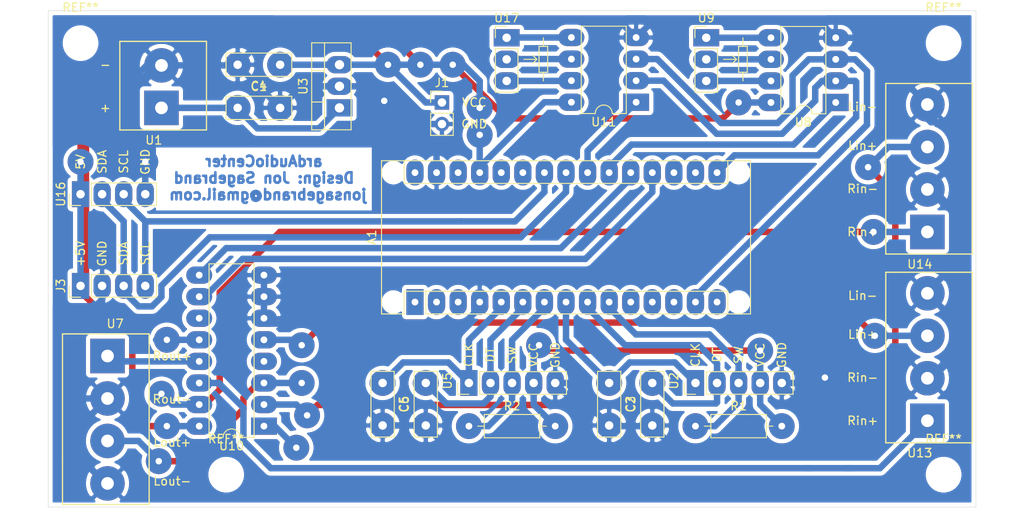
<source format=kicad_pcb>
(kicad_pcb (version 20171130) (host pcbnew 5.1.6-c6e7f7d~86~ubuntu18.04.1)
  (layers (0 F.Cu signal) (31 B.Cu signal) (34 B.Paste user) (35 F.Paste user) (36 B.SilkS user) (37 F.SilkS user) (38 B.Mask user) (39 F.Mask user) (44 Edge.Cuts user))
  (net 0 "")
  (net 1 "Net-(A1-Pad16)")
  (net 2 "Net-(A1-Pad15)")
  (net 3 "Net-(A1-Pad30)")
  (net 4 "Net-(A1-Pad14)")
  (net 5 GND)
  (net 6 "Net-(A1-Pad13)")
  (net 7 "Net-(A1-Pad28)")
  (net 8 "Net-(A1-Pad12)")
  (net 9 +5V)
  (net 10 "Net-(A1-Pad11)")
  (net 11 "Net-(A1-Pad26)")
  (net 12 "Net-(A1-Pad10)")
  (net 13 "Net-(A1-Pad25)")
  (net 14 "Net-(A1-Pad9)")
  (net 15 "Net-(A1-Pad24)")
  (net 16 "Net-(A1-Pad8)")
  (net 17 "Net-(A1-Pad23)")
  (net 18 "Net-(A1-Pad7)")
  (net 19 "Net-(A1-Pad22)")
  (net 20 "Net-(A1-Pad6)")
  (net 21 "Net-(A1-Pad21)")
  (net 22 "Net-(A1-Pad5)")
  (net 23 "Net-(A1-Pad20)")
  (net 24 "Net-(A1-Pad19)")
  (net 25 "Net-(A1-Pad3)")
  (net 26 "Net-(A1-Pad18)")
  (net 27 "Net-(A1-Pad2)")
  (net 28 "Net-(A1-Pad17)")
  (net 29 "Net-(A1-Pad1)")
  (net 30 +12V)
  (net 31 LineR+)
  (net 32 BTR+)
  (net 33 BTL+)
  (net 34 FMR+)
  (net 35 SDL+)
  (net 36 SDR+)
  (net 37 LineL+)
  (net 38 FML+)
  (net 39 "Net-(U8-Pad7)")
  (net 40 "Net-(U8-Pad6)")
  (net 41 "Net-(U8-Pad5)")
  (net 42 "Net-(U11-Pad7)")
  (net 43 "Net-(U11-Pad6)")
  (net 44 "Net-(U11-Pad5)")
  (net 45 /Rout+)
  (net 46 /Lout+)
  (module My_Headers:2-pin_power_input_header (layer F.Cu) (at 116.205 54.61)
    (fp_text reference J1 (at 0 -2.33) (layer F.SilkS))
    (fp_text value 2-pin_power_input_header hide)
    (fp_text user GND (at 3.81 2.54) (layer F.SilkS))
    (fp_text user VCC (at 3.81 0) (layer F.SilkS))
    (pad 2 thru_hole oval (at 0 2.54) (size 1.7 1.7) (drill 1) (layers *.Cu *.Mask) (net 5 GND))
    (pad 1 thru_hole rect (at 0 0) (size 1.7 1.7) (drill 1) (layers *.Cu *.Mask) (net 9 +5V))
  )
  (module MountingHole:MountingHole_3.2mm_M3 (layer F.Cu) (at 90.805 98.425)
    (fp_text reference REF** (at 0 -4.2) (layer F.SilkS))
    (fp_text value MountingHole_3.2mm_M3)
    (pad 1 np_thru_hole circle (at 0 0) (size 3.2 3.2) (drill 3.2) (layers *.Cu *.Mask))
  )
  (module MountingHole:MountingHole_3.2mm_M3 (layer F.Cu) (at 175.26 98.425)
    (fp_text reference REF** (at 0 -4.2) (layer F.SilkS))
    (fp_text value MountingHole_3.2mm_M3)
    (pad 1 np_thru_hole circle (at 0 0) (size 3.2 3.2) (drill 3.2) (layers *.Cu *.Mask))
  )
  (module MountingHole:MountingHole_3.2mm_M3 (layer F.Cu) (at 175.26 47.625)
    (fp_text reference REF** (at 0 -4.2) (layer F.SilkS))
    (fp_text value MountingHole_3.2mm_M3)
    (pad 1 np_thru_hole circle (at 0 0) (size 3.2 3.2) (drill 3.2) (layers *.Cu *.Mask))
  )
  (module MountingHole:MountingHole_3.2mm_M3 (layer F.Cu) (at 73.66 47.625)
    (fp_text reference REF** (at 0 -4.2) (layer F.SilkS))
    (fp_text value MountingHole_3.2mm_M3)
    (pad 1 np_thru_hole circle (at 0 0) (size 3.2 3.2) (drill 3.2) (layers *.Cu *.Mask))
  )
  (module My_Parts:4-pole_screw_terminal_RL_input (layer F.Cu) (at 173.355 69.85 180)
    (fp_text reference U14 (at 0.9 -3.8) (layer F.SilkS))
    (fp_text value 4-pole_RL-input_screw_terminal hide)
    (fp_text user Lin- (at 7.62 14.732) (layer F.SilkS))
    (fp_text user Rin+ (at 7.62 0) (layer F.SilkS))
    (fp_text user Rin- (at 7.62 5.08) (layer F.SilkS))
    (fp_text user Lin+ (at 7.62 10.16) (layer F.SilkS))
    (pad 1 thru_hole rect (at 0 0 180) (size 4.064 4.064) (drill 1.5) (layers *.Cu *.Mask) (net 31 LineR+))
    (pad 2 thru_hole circle (at 0 5 180) (size 4.064 4.064) (drill 1.5) (layers *.Cu *.Mask) (net 5 GND))
    (pad 3 thru_hole circle (at 0 10 180) (size 4.064 4.064) (drill 1.5) (layers *.Cu *.Mask) (net 37 LineL+))
    (pad 4 thru_hole circle (at 0 15 180) (size 4.064 4.064) (drill 1.5) (layers *.Cu *.Mask) (net 5 GND))
  )
  (module My_Misc:DIP-8_W7.62mm_large (layer F.Cu) (at 162.56 54.61 180)
    (fp_text reference U8 (at 3.81 -2.33) (layer F.SilkS))
    (fp_text value MCP41010)
    (pad 8 thru_hole oval (at 7.62 0 180) (size 3.048 2.032) (drill 0.8) (layers *.Cu *.Mask) (net 9 +5V))
    (pad 4 thru_hole oval (at 0 7.62 180) (size 3.048 2.032) (drill 0.8) (layers *.Cu *.Mask) (net 5 GND))
    (pad 7 thru_hole oval (at 7.62 2.54 180) (size 3.048 2.032) (drill 0.8) (layers *.Cu *.Mask) (net 39 "Net-(U8-Pad7)"))
    (pad 3 thru_hole oval (at 0 5.08 180) (size 3.048 2.032) (drill 0.8) (layers *.Cu *.Mask) (net 4 "Net-(A1-Pad14)"))
    (pad 6 thru_hole oval (at 7.62 5.08 180) (size 3.048 2.032) (drill 0.8) (layers *.Cu *.Mask) (net 40 "Net-(U8-Pad6)"))
    (pad 2 thru_hole oval (at 0 2.54 180) (size 3.048 2.032) (drill 0.8) (layers *.Cu *.Mask) (net 1 "Net-(A1-Pad16)"))
    (pad 5 thru_hole oval (at 7.62 7.62 180) (size 3.048 2.032) (drill 0.8) (layers *.Cu *.Mask) (net 41 "Net-(U8-Pad5)"))
    (pad 1 thru_hole rect (at 0 0 180) (size 3.048 2.032) (drill 0.8) (layers *.Cu *.Mask) (net 21 "Net-(A1-Pad21)"))
  )
  (module My_Headers:3-pin_potentiometer_header_larger_pads (layer F.Cu) (at 147.32 46.99)
    (fp_text reference U9 (at 0 -2.33) (layer F.SilkS))
    (fp_text value 3-pin_potentiometer_output hide)
    (pad 3 thru_hole oval (at 0 5.08) (size 3.048 2.032) (drill 1) (layers *.Cu *.Mask) (net 39 "Net-(U8-Pad7)"))
    (pad 2 thru_hole oval (at 0 2.54) (size 3.048 2.032) (drill 1) (layers *.Cu *.Mask) (net 40 "Net-(U8-Pad6)"))
    (pad 1 thru_hole rect (at 0 0) (size 3.048 2.032) (drill 1) (layers *.Cu *.Mask) (net 41 "Net-(U8-Pad5)"))
  )
  (module My_Headers:3-pin_potentiometer_header_larger_pads (layer F.Cu) (at 123.825 46.99)
    (fp_text reference U17 (at 0 -2.33) (layer F.SilkS))
    (fp_text value 3-pin_potentiometer_output hide)
    (pad 3 thru_hole oval (at 0 5.08) (size 3.048 2.032) (drill 1) (layers *.Cu *.Mask) (net 42 "Net-(U11-Pad7)"))
    (pad 2 thru_hole oval (at 0 2.54) (size 3.048 2.032) (drill 1) (layers *.Cu *.Mask) (net 43 "Net-(U11-Pad6)"))
    (pad 1 thru_hole rect (at 0 0) (size 3.048 2.032) (drill 1) (layers *.Cu *.Mask) (net 44 "Net-(U11-Pad5)"))
  )
  (module My_Misc:DIP-8_W7.62mm_large (layer F.Cu) (at 139.065 54.58 180)
    (fp_text reference U11 (at 3.81 -2.33) (layer F.SilkS))
    (fp_text value MCP41010)
    (pad 8 thru_hole oval (at 7.62 0 180) (size 3.048 2.032) (drill 0.8) (layers *.Cu *.Mask) (net 9 +5V))
    (pad 4 thru_hole oval (at 0 7.62 180) (size 3.048 2.032) (drill 0.8) (layers *.Cu *.Mask) (net 5 GND))
    (pad 7 thru_hole oval (at 7.62 2.54 180) (size 3.048 2.032) (drill 0.8) (layers *.Cu *.Mask) (net 42 "Net-(U11-Pad7)"))
    (pad 3 thru_hole oval (at 0 5.08 180) (size 3.048 2.032) (drill 0.8) (layers *.Cu *.Mask) (net 4 "Net-(A1-Pad14)"))
    (pad 6 thru_hole oval (at 7.62 5.08 180) (size 3.048 2.032) (drill 0.8) (layers *.Cu *.Mask) (net 43 "Net-(U11-Pad6)"))
    (pad 2 thru_hole oval (at 0 2.54 180) (size 3.048 2.032) (drill 0.8) (layers *.Cu *.Mask) (net 1 "Net-(A1-Pad16)"))
    (pad 5 thru_hole oval (at 7.62 7.62 180) (size 3.048 2.032) (drill 0.8) (layers *.Cu *.Mask) (net 44 "Net-(U11-Pad5)"))
    (pad 1 thru_hole rect (at 0 0 180) (size 3.048 2.032) (drill 0.8) (layers *.Cu *.Mask) (net 19 "Net-(A1-Pad22)"))
  )
  (module My_Misc:TO-220-3_Vertical_larger (layer F.Cu) (at 104.14 55.245 90)
    (fp_text reference U3 (at 2.54 -4.27 90) (layer F.SilkS))
    (fp_text value L7805)
    (pad 3 thru_hole oval (at 5.08 0 90) (size 2.032 3.048) (drill 1.1) (layers *.Cu *.Mask) (net 9 +5V))
    (pad 2 thru_hole oval (at 2.54 0 90) (size 2.032 3.048) (drill 1.1) (layers *.Cu *.Mask) (net 5 GND))
    (pad 1 thru_hole rect (at 0 0 90) (size 2.032 3.048) (drill 1.1) (layers *.Cu *.Mask) (net 30 +12V))
  )
  (module My_Misc:C_Disc_D7.5mm_W2.5mm_P5.00mm_larger (layer F.Cu) (at 97.155 50.165 180)
    (fp_text reference C4 (at 2.5 -2.5) (layer F.SilkS))
    (fp_text value 0.1u)
    (pad 2 thru_hole oval (at 5 0 180) (size 3.048 3.048) (drill 1) (layers *.Cu *.Mask) (net 5 GND))
    (pad 1 thru_hole oval (at 0 0 180) (size 3.048 3.048) (drill 1) (layers *.Cu *.Mask) (net 9 +5V))
  )
  (module My_Parts:2-pole_power_in_screw_terminal (layer F.Cu) (at 83.185 55.245 180)
    (fp_text reference U1 (at 0.9 -3.8) (layer F.SilkS))
    (fp_text value 2-pole_power_in_screw_terminal hide)
    (fp_text user + (at 6.604 0) (layer F.SilkS))
    (fp_text user - (at 6.604 5.08) (layer F.SilkS))
    (pad 1 thru_hole rect (at 0 0 180) (size 4.064 4.064) (drill 1.5) (layers *.Cu *.Mask) (net 30 +12V))
    (pad 2 thru_hole circle (at 0 5 180) (size 4.064 4.064) (drill 1.5) (layers *.Cu *.Mask) (net 5 GND))
  )
  (module My_Misc:C_Disc_D7.5mm_W2.5mm_P5.00mm_larger (layer F.Cu) (at 92.155 55.245)
    (fp_text reference C1 (at 2.5 -2.5) (layer F.SilkS))
    (fp_text value 0.33u)
    (pad 2 thru_hole oval (at 5 0) (size 3.048 3.048) (drill 1) (layers *.Cu *.Mask) (net 5 GND))
    (pad 1 thru_hole oval (at 0 0) (size 3.048 3.048) (drill 1) (layers *.Cu *.Mask) (net 30 +12V))
  )
  (module My_Misc:C_Disc_D7.5mm_W2.5mm_P5.00mm_larger (layer F.Cu) (at 114.3 92.63 90)
    (fp_text reference C6 (at 2.5 -2.5 90) (layer F.SilkS))
    (fp_text value 0.47u)
    (pad 2 thru_hole oval (at 5 0 90) (size 3.048 3.048) (drill 1) (layers *.Cu *.Mask) (net 20 "Net-(A1-Pad6)"))
    (pad 1 thru_hole oval (at 0 0 90) (size 3.048 3.048) (drill 1) (layers *.Cu *.Mask) (net 5 GND))
  )
  (module My_Misc:C_Disc_D7.5mm_W2.5mm_P5.00mm_larger (layer F.Cu) (at 109.22 87.63 270)
    (fp_text reference C5 (at 2.5 -2.5 90) (layer F.SilkS))
    (fp_text value 0.47u)
    (pad 2 thru_hole oval (at 5 0 270) (size 3.048 3.048) (drill 1) (layers *.Cu *.Mask) (net 5 GND))
    (pad 1 thru_hole oval (at 0 0 270) (size 3.048 3.048) (drill 1) (layers *.Cu *.Mask) (net 22 "Net-(A1-Pad5)"))
  )
  (module My_Misc:C_Disc_D7.5mm_W2.5mm_P5.00mm_larger (layer F.Cu) (at 140.97 92.63 90)
    (fp_text reference C3 (at 2.5 -2.5 90) (layer F.SilkS))
    (fp_text value 0.47u)
    (pad 2 thru_hole oval (at 5 0 90) (size 3.048 3.048) (drill 1) (layers *.Cu *.Mask) (net 14 "Net-(A1-Pad9)"))
    (pad 1 thru_hole oval (at 0 0 90) (size 3.048 3.048) (drill 1) (layers *.Cu *.Mask) (net 5 GND))
  )
  (module My_Misc:C_Disc_D7.5mm_W2.5mm_P5.00mm_larger (layer F.Cu) (at 135.89 87.63 270)
    (fp_text reference C2 (at 2.5 -2.5 90) (layer F.SilkS))
    (fp_text value 0.47u)
    (pad 2 thru_hole oval (at 5 0 270) (size 3.048 3.048) (drill 1) (layers *.Cu *.Mask) (net 5 GND))
    (pad 1 thru_hole oval (at 0 0 270) (size 3.048 3.048) (drill 1) (layers *.Cu *.Mask) (net 16 "Net-(A1-Pad8)"))
  )
  (module My_Headers:4-pin_TEA5767_radio_module_header_large (layer F.Cu) (at 73.66 65.405 90)
    (fp_text reference U16 (at 0 -2.33 90) (layer F.SilkS))
    (fp_text value TEA5767_FM_Radio_Module hide)
    (fp_text user GND (at 3.81 7.62 90) (layer F.SilkS))
    (fp_text user SCL (at 3.81 5.08 90) (layer F.SilkS))
    (fp_text user SDA (at 3.81 2.54 90) (layer F.SilkS))
    (fp_text user 5V (at 3.81 0 90) (layer F.SilkS))
    (pad 4 thru_hole oval (at 0 7.62 90) (size 3.048 2.032) (drill 1) (layers *.Cu *.Mask) (net 5 GND))
    (pad 3 thru_hole oval (at 0 5.08 90) (size 3.048 2.032) (drill 1) (layers *.Cu *.Mask) (net 15 "Net-(A1-Pad24)"))
    (pad 2 thru_hole oval (at 0 2.54 90) (size 3.048 2.032) (drill 1) (layers *.Cu *.Mask) (net 17 "Net-(A1-Pad23)"))
    (pad 1 thru_hole rect (at 0 0 90) (size 3.048 2.032) (drill 1) (layers *.Cu *.Mask) (net 9 +5V))
  )
  (module My_Parts:4-pole_screw_terminal_RL_input (layer F.Cu) (at 173.355 92.075 180)
    (fp_text reference U13 (at 0.9 -3.8) (layer F.SilkS))
    (fp_text value 4-pole_RL-input_screw_terminal hide)
    (fp_text user Lin- (at 7.62 14.732) (layer F.SilkS))
    (fp_text user Rin+ (at 7.62 0) (layer F.SilkS))
    (fp_text user Rin- (at 7.62 5.08) (layer F.SilkS))
    (fp_text user Lin+ (at 7.62 10.16) (layer F.SilkS))
    (pad 1 thru_hole rect (at 0 0 180) (size 4.064 4.064) (drill 1.5) (layers *.Cu *.Mask) (net 32 BTR+))
    (pad 2 thru_hole circle (at 0 5 180) (size 4.064 4.064) (drill 1.5) (layers *.Cu *.Mask) (net 5 GND))
    (pad 3 thru_hole circle (at 0 10 180) (size 4.064 4.064) (drill 1.5) (layers *.Cu *.Mask) (net 33 BTL+))
    (pad 4 thru_hole circle (at 0 15 180) (size 4.064 4.064) (drill 1.5) (layers *.Cu *.Mask) (net 5 GND))
  )
  (module My_Misc:DIP-16_W7.62mm_larger (layer F.Cu) (at 95.25 92.71 180)
    (fp_text reference U10 (at 3.81 -2.33) (layer F.SilkS))
    (fp_text value CD4052B)
    (pad 16 thru_hole oval (at 7.62 0 180) (size 3.048 2.032) (drill 0.8) (layers *.Cu *.Mask) (net 9 +5V))
    (pad 8 thru_hole oval (at 0 17.78 180) (size 3.048 2.032) (drill 0.8) (layers *.Cu *.Mask) (net 5 GND))
    (pad 15 thru_hole oval (at 7.62 2.54 180) (size 3.048 2.032) (drill 0.8) (layers *.Cu *.Mask) (net 31 LineR+))
    (pad 7 thru_hole oval (at 0 15.24 180) (size 3.048 2.032) (drill 0.8) (layers *.Cu *.Mask) (net 5 GND))
    (pad 14 thru_hole oval (at 7.62 5.08 180) (size 3.048 2.032) (drill 0.8) (layers *.Cu *.Mask) (net 32 BTR+))
    (pad 6 thru_hole oval (at 0 12.7 180) (size 3.048 2.032) (drill 0.8) (layers *.Cu *.Mask) (net 5 GND))
    (pad 13 thru_hole oval (at 7.62 7.62 180) (size 3.048 2.032) (drill 0.8) (layers *.Cu *.Mask) (net 45 /Rout+))
    (pad 5 thru_hole oval (at 0 10.16 180) (size 3.048 2.032) (drill 0.8) (layers *.Cu *.Mask) (net 33 BTL+))
    (pad 12 thru_hole oval (at 7.62 10.16 180) (size 3.048 2.032) (drill 0.8) (layers *.Cu *.Mask) (net 34 FMR+))
    (pad 4 thru_hole oval (at 0 7.62 180) (size 3.048 2.032) (drill 0.8) (layers *.Cu *.Mask) (net 35 SDL+))
    (pad 11 thru_hole oval (at 7.62 12.7 180) (size 3.048 2.032) (drill 0.8) (layers *.Cu *.Mask) (net 36 SDR+))
    (pad 3 thru_hole oval (at 0 5.08 180) (size 3.048 2.032) (drill 0.8) (layers *.Cu *.Mask) (net 46 /Lout+))
    (pad 10 thru_hole oval (at 7.62 15.24 180) (size 3.048 2.032) (drill 0.8) (layers *.Cu *.Mask) (net 24 "Net-(A1-Pad19)"))
    (pad 2 thru_hole oval (at 0 2.54 180) (size 3.048 2.032) (drill 0.8) (layers *.Cu *.Mask) (net 37 LineL+))
    (pad 9 thru_hole oval (at 7.62 17.78 180) (size 3.048 2.032) (drill 0.8) (layers *.Cu *.Mask) (net 23 "Net-(A1-Pad20)"))
    (pad 1 thru_hole rect (at 0 0 180) (size 3.048 2.032) (drill 0.8) (layers *.Cu *.Mask) (net 38 FML+))
  )
  (module My_Parts:4-pole_screw_terminal_RL_output (layer F.Cu) (at 76.835 84.455)
    (fp_text reference U7 (at 0.9 -3.8) (layer F.SilkS))
    (fp_text value 4-pole_RL-output_screw_terminal hide)
    (fp_text user Lout- (at 7.62 14.732) (layer F.SilkS))
    (fp_text user Rout+ (at 7.62 0) (layer F.SilkS))
    (fp_text user Rout- (at 7.62 5.08) (layer F.SilkS))
    (fp_text user Lout+ (at 7.62 10.16) (layer F.SilkS))
    (pad 1 thru_hole rect (at 0 0) (size 4.064 4.064) (drill 1.5) (layers *.Cu *.Mask) (net 45 /Rout+))
    (pad 2 thru_hole circle (at 0 5) (size 4.064 4.064) (drill 1.5) (layers *.Cu *.Mask) (net 5 GND))
    (pad 3 thru_hole circle (at 0 10) (size 4.064 4.064) (drill 1.5) (layers *.Cu *.Mask) (net 46 /Lout+))
    (pad 4 thru_hole circle (at 0 15) (size 4.064 4.064) (drill 1.5) (layers *.Cu *.Mask) (net 5 GND))
  )
  (module My_Headers:5-pin_KY-040_rotary_encoder_header_larger (layer F.Cu) (at 119.38 87.63 90)
    (fp_text reference U5 (at 0.254 -2.54 90) (layer F.SilkS))
    (fp_text value KY-040_Rotary_Encoder hide)
    (fp_text user GND (at 3.302 10.16 90) (layer F.SilkS))
    (fp_text user VCC (at 3.302 7.62 90) (layer F.SilkS))
    (fp_text user SW (at 3.302 5.08 90) (layer F.SilkS))
    (fp_text user DT (at 3.302 2.54 90) (layer F.SilkS))
    (fp_text user CLK (at 3.302 0 90) (layer F.SilkS))
    (pad 5 thru_hole oval (at 0 10.16 90) (size 3.048 2.032) (drill 1) (layers *.Cu *.Mask) (net 5 GND))
    (pad 4 thru_hole oval (at 0 7.62 90) (size 3.048 2.032) (drill 1) (layers *.Cu *.Mask) (net 9 +5V))
    (pad 3 thru_hole oval (at 0 5.08 90) (size 3.048 2.032) (drill 1) (layers *.Cu *.Mask) (net 18 "Net-(A1-Pad7)"))
    (pad 2 thru_hole oval (at 0 2.54 90) (size 3.048 2.032) (drill 1) (layers *.Cu *.Mask) (net 20 "Net-(A1-Pad6)"))
    (pad 1 thru_hole rect (at 0 0 90) (size 3.048 2.032) (drill 1) (layers *.Cu *.Mask) (net 22 "Net-(A1-Pad5)"))
  )
  (module My_Headers:5-pin_KY-040_rotary_encoder_header_larger (layer F.Cu) (at 146.05 87.63 90)
    (fp_text reference U2 (at 0.254 -2.54 90) (layer F.SilkS))
    (fp_text value KY-040_Rotary_Encoder hide)
    (fp_text user GND (at 3.302 10.16 90) (layer F.SilkS))
    (fp_text user VCC (at 3.302 7.62 90) (layer F.SilkS))
    (fp_text user SW (at 3.302 5.08 90) (layer F.SilkS))
    (fp_text user DT (at 3.302 2.54 90) (layer F.SilkS))
    (fp_text user CLK (at 3.302 0 90) (layer F.SilkS))
    (pad 5 thru_hole oval (at 0 10.16 90) (size 3.048 2.032) (drill 1) (layers *.Cu *.Mask) (net 5 GND))
    (pad 4 thru_hole oval (at 0 7.62 90) (size 3.048 2.032) (drill 1) (layers *.Cu *.Mask) (net 9 +5V))
    (pad 3 thru_hole oval (at 0 5.08 90) (size 3.048 2.032) (drill 1) (layers *.Cu *.Mask) (net 12 "Net-(A1-Pad10)"))
    (pad 2 thru_hole oval (at 0 2.54 90) (size 3.048 2.032) (drill 1) (layers *.Cu *.Mask) (net 14 "Net-(A1-Pad9)"))
    (pad 1 thru_hole rect (at 0 0 90) (size 3.048 2.032) (drill 1) (layers *.Cu *.Mask) (net 16 "Net-(A1-Pad8)"))
  )
  (module My_Misc:R_Axial_DIN0207_L6.3mm_D2.5mm_P10.16mm_Horizontal_larger_pads (layer F.Cu) (at 119.38 92.71)
    (fp_text reference R2 (at 5.08 -2.37) (layer F.SilkS))
    (fp_text value 10k hide)
    (pad 2 thru_hole circle (at 10.16 0) (size 3.048 3.048) (drill 0.8) (layers *.Cu *.Mask) (net 9 +5V))
    (pad 1 thru_hole circle (at 0 0) (size 3.048 3.048) (drill 0.8) (layers *.Cu *.Mask) (net 18 "Net-(A1-Pad7)"))
  )
  (module My_Misc:R_Axial_DIN0207_L6.3mm_D2.5mm_P10.16mm_Horizontal_larger_pads (layer F.Cu) (at 146.05 92.71)
    (fp_text reference R1 (at 5.08 -2.37) (layer F.SilkS))
    (fp_text value 10k hide)
    (pad 2 thru_hole circle (at 10.16 0) (size 3.048 3.048) (drill 0.8) (layers *.Cu *.Mask) (net 9 +5V))
    (pad 1 thru_hole circle (at 0 0) (size 3.048 3.048) (drill 0.8) (layers *.Cu *.Mask) (net 12 "Net-(A1-Pad10)"))
  )
  (module My_Headers:4-pin_I2C_LCD_header_larger (layer F.Cu) (at 73.66 76.2 90)
    (fp_text reference J3 (at 0 -2.33 90) (layer F.SilkS))
    (fp_text value 4-pin_I2C_LCD_header hide)
    (fp_text user SCL (at 3.81 7.62 90) (layer F.SilkS))
    (fp_text user SDA (at 3.81 5.08 90) (layer F.SilkS))
    (fp_text user GND (at 3.81 2.54 90) (layer F.SilkS))
    (fp_text user +5V (at 3.81 0 90) (layer F.SilkS))
    (pad 7 thru_hole oval (at 0 7.62 90) (size 3.048 2.032) (drill 1) (layers *.Cu *.Mask) (net 15 "Net-(A1-Pad24)"))
    (pad 5 thru_hole oval (at 0 5.08 90) (size 3.048 2.032) (drill 1) (layers *.Cu *.Mask) (net 17 "Net-(A1-Pad23)"))
    (pad 3 thru_hole oval (at 0 2.54 90) (size 3.048 2.032) (drill 1) (layers *.Cu *.Mask) (net 5 GND))
    (pad 1 thru_hole rect (at 0 0 90) (size 3.048 2.032) (drill 1) (layers *.Cu *.Mask) (net 9 +5V))
  )
  (module My_Arduino:Arduino_Nano_WithMountingHoles_larger (layer F.Cu) (at 113.03 78.105 90)
    (fp_text reference A1 (at 7.62 -5.08 90) (layer F.SilkS))
    (fp_text value Arduino_Nano_v3.x)
    (pad "" np_thru_hole circle (at 0 38.1 90) (size 1.78 1.78) (drill 1.78) (layers *.Cu *.Mask))
    (pad "" np_thru_hole circle (at 15.24 38.1 90) (size 1.78 1.78) (drill 1.78) (layers *.Cu *.Mask))
    (pad "" np_thru_hole circle (at 15.24 -2.54 90) (size 1.78 1.78) (drill 1.78) (layers *.Cu *.Mask))
    (pad "" np_thru_hole circle (at 0 -2.54 90) (size 1.78 1.78) (drill 1.78) (layers *.Cu *.Mask))
    (pad 16 thru_hole oval (at 15.24 35.56 90) (size 3.048 2.032) (drill 0.8) (layers *.Cu *.Mask) (net 1 "Net-(A1-Pad16)"))
    (pad 15 thru_hole oval (at 0 35.56 90) (size 3.048 2.032) (drill 0.8) (layers *.Cu *.Mask) (net 2 "Net-(A1-Pad15)"))
    (pad 30 thru_hole oval (at 15.24 0 90) (size 3.048 2.032) (drill 0.8) (layers *.Cu *.Mask) (net 3 "Net-(A1-Pad30)"))
    (pad 14 thru_hole oval (at 0 33.02 90) (size 3.048 2.032) (drill 0.8) (layers *.Cu *.Mask) (net 4 "Net-(A1-Pad14)"))
    (pad 29 thru_hole oval (at 15.24 2.54 90) (size 3.048 2.032) (drill 0.8) (layers *.Cu *.Mask) (net 5 GND))
    (pad 13 thru_hole oval (at 0 30.48 90) (size 3.048 2.032) (drill 0.8) (layers *.Cu *.Mask) (net 6 "Net-(A1-Pad13)"))
    (pad 28 thru_hole oval (at 15.24 5.08 90) (size 3.048 2.032) (drill 0.8) (layers *.Cu *.Mask) (net 7 "Net-(A1-Pad28)"))
    (pad 12 thru_hole oval (at 0 27.94 90) (size 3.048 2.032) (drill 0.8) (layers *.Cu *.Mask) (net 8 "Net-(A1-Pad12)"))
    (pad 27 thru_hole oval (at 15.24 7.62 90) (size 3.048 2.032) (drill 0.8) (layers *.Cu *.Mask) (net 9 +5V))
    (pad 11 thru_hole oval (at 0 25.4 90) (size 3.048 2.032) (drill 0.8) (layers *.Cu *.Mask) (net 10 "Net-(A1-Pad11)"))
    (pad 26 thru_hole oval (at 15.24 10.16 90) (size 3.048 2.032) (drill 0.8) (layers *.Cu *.Mask) (net 11 "Net-(A1-Pad26)"))
    (pad 10 thru_hole oval (at 0 22.86 90) (size 3.048 2.032) (drill 0.8) (layers *.Cu *.Mask) (net 12 "Net-(A1-Pad10)"))
    (pad 25 thru_hole oval (at 15.24 12.7 90) (size 3.048 2.032) (drill 0.8) (layers *.Cu *.Mask) (net 13 "Net-(A1-Pad25)"))
    (pad 9 thru_hole oval (at 0 20.32 90) (size 3.048 2.032) (drill 0.8) (layers *.Cu *.Mask) (net 14 "Net-(A1-Pad9)"))
    (pad 24 thru_hole oval (at 15.24 15.24 90) (size 3.048 2.032) (drill 0.8) (layers *.Cu *.Mask) (net 15 "Net-(A1-Pad24)"))
    (pad 8 thru_hole oval (at 0 17.78 90) (size 3.048 2.032) (drill 0.8) (layers *.Cu *.Mask) (net 16 "Net-(A1-Pad8)"))
    (pad 23 thru_hole oval (at 15.24 17.78 90) (size 3.048 2.032) (drill 0.8) (layers *.Cu *.Mask) (net 17 "Net-(A1-Pad23)"))
    (pad 7 thru_hole oval (at 0 15.24 90) (size 3.048 2.032) (drill 0.8) (layers *.Cu *.Mask) (net 18 "Net-(A1-Pad7)"))
    (pad 22 thru_hole oval (at 15.24 20.32 90) (size 3.048 2.032) (drill 0.8) (layers *.Cu *.Mask) (net 19 "Net-(A1-Pad22)"))
    (pad 6 thru_hole oval (at 0 12.7 90) (size 3.048 2.032) (drill 0.8) (layers *.Cu *.Mask) (net 20 "Net-(A1-Pad6)"))
    (pad 21 thru_hole oval (at 15.24 22.86 90) (size 3.048 2.032) (drill 0.8) (layers *.Cu *.Mask) (net 21 "Net-(A1-Pad21)"))
    (pad 5 thru_hole oval (at 0 10.16 90) (size 3.048 2.032) (drill 0.8) (layers *.Cu *.Mask) (net 22 "Net-(A1-Pad5)"))
    (pad 20 thru_hole oval (at 15.24 25.4 90) (size 3.048 2.032) (drill 0.8) (layers *.Cu *.Mask) (net 23 "Net-(A1-Pad20)"))
    (pad 4 thru_hole oval (at 0 7.62 90) (size 3.048 2.032) (drill 0.8) (layers *.Cu *.Mask) (net 5 GND))
    (pad 19 thru_hole oval (at 15.24 27.94 90) (size 3.048 2.032) (drill 0.8) (layers *.Cu *.Mask) (net 24 "Net-(A1-Pad19)"))
    (pad 3 thru_hole oval (at 0 5.08 90) (size 3.048 2.032) (drill 0.8) (layers *.Cu *.Mask) (net 25 "Net-(A1-Pad3)"))
    (pad 18 thru_hole oval (at 15.24 30.48 90) (size 3.048 2.032) (drill 0.8) (layers *.Cu *.Mask) (net 26 "Net-(A1-Pad18)"))
    (pad 2 thru_hole oval (at 0 2.54 90) (size 3.048 2.032) (drill 0.8) (layers *.Cu *.Mask) (net 27 "Net-(A1-Pad2)"))
    (pad 17 thru_hole oval (at 15.24 33.02 90) (size 3.048 2.032) (drill 0.8) (layers *.Cu *.Mask) (net 28 "Net-(A1-Pad17)"))
    (pad 1 thru_hole rect (at 0 0 90) (size 3.048 2.032) (drill 0.8) (layers *.Cu *.Mask) (net 29 "Net-(A1-Pad1)"))
  )
  (gr_text "ardAudioCenter\nDesign: Jon Sagebrand\njonsagebrand@gmail.com " (at 95.25 63.5) (layer B.Cu) (effects (font (size 1.2192 1.2192) (thickness 0.3048)) (justify mirror)))
  (gr_line (start 69.85 102.235) (end 71.12 102.235) (layer Edge.Cuts) (width 0.05))
  (gr_line (start 69.85 43.815) (end 69.85 102.235) (layer Edge.Cuts) (width 0.05))
  (gr_line (start 179.07 43.815) (end 69.85 43.815) (layer Edge.Cuts) (width 0.05))
  (gr_line (start 179.07 102.235) (end 179.07 43.815) (layer Edge.Cuts) (width 0.05))
  (gr_line (start 71.12 102.235) (end 179.07 102.235) (layer Edge.Cuts) (width 0.05))
  (segment (start 156.255144 58.293011) (end 160.146999 54.401156) (width 0.762) (layer B.Cu) (net 1))
  (segment (start 148.544856 58.293011) (end 156.255144 58.293011) (width 0.762) (layer B.Cu) (net 1))
  (segment (start 160.146999 54.401156) (end 160.146999 52.882799) (width 0.762) (layer B.Cu) (net 1))
  (segment (start 142.291851 52.04) (end 148.544856 58.293011) (width 0.762) (layer B.Cu) (net 1))
  (segment (start 139.065 52.04) (end 142.291851 52.04) (width 0.762) (layer B.Cu) (net 1))
  (segment (start 160.146999 52.882799) (end 160.959798 52.07) (width 0.762) (layer B.Cu) (net 1))
  (segment (start 160.959798 52.07) (end 162.56 52.07) (width 0.762) (layer B.Cu) (net 1))
  (segment (start 160.477172 60.83303) (end 150.62197 60.83303) (width 0.762) (layer B.Cu) (net 1))
  (segment (start 164.973001 56.337201) (end 160.477172 60.83303) (width 0.762) (layer B.Cu) (net 1))
  (segment (start 164.973001 52.197001) (end 164.973001 56.337201) (width 0.762) (layer B.Cu) (net 1))
  (segment (start 162.56 52.07) (end 164.846 52.07) (width 0.762) (layer B.Cu) (net 1))
  (segment (start 164.846 52.07) (end 164.973001 52.197001) (width 0.762) (layer B.Cu) (net 1))
  (segment (start 150.62197 60.83303) (end 148.59 62.865) (width 0.762) (layer B.Cu) (net 1))
  (segment (start 141.54791 49.5) (end 149.070911 57.023001) (width 0.762) (layer B.Cu) (net 4))
  (segment (start 159.385 49.53) (end 162.56 49.53) (width 0.762) (layer B.Cu) (net 4))
  (segment (start 157.48 55.27209) (end 157.48 51.435) (width 0.762) (layer B.Cu) (net 4))
  (segment (start 155.729089 57.023001) (end 157.48 55.27209) (width 0.762) (layer B.Cu) (net 4))
  (segment (start 158.75 50.165) (end 159.385 49.53) (width 0.762) (layer B.Cu) (net 4))
  (segment (start 139.065 49.5) (end 141.54791 49.5) (width 0.762) (layer B.Cu) (net 4))
  (segment (start 149.070911 57.023001) (end 155.729089 57.023001) (width 0.762) (layer B.Cu) (net 4))
  (segment (start 157.48 51.435) (end 158.75 50.165) (width 0.762) (layer B.Cu) (net 4))
  (segment (start 166.243011 57.249899) (end 146.05 77.44291) (width 0.762) (layer B.Cu) (net 4))
  (segment (start 166.243011 50.927011) (end 166.243011 57.249899) (width 0.762) (layer B.Cu) (net 4))
  (segment (start 162.56 49.53) (end 164.846 49.53) (width 0.762) (layer B.Cu) (net 4))
  (segment (start 164.846 49.53) (end 166.243011 50.927011) (width 0.762) (layer B.Cu) (net 4))
  (segment (start 146.05 77.44291) (end 146.05 78.105) (width 0.762) (layer B.Cu) (net 4))
  (segment (start 109.22 92.63) (end 114.22 92.63) (width 0.762) (layer B.Cu) (net 5))
  (segment (start 131.953001 93.868241) (end 131.953001 90.043001) (width 0.762) (layer B.Cu) (net 5))
  (segment (start 130.698241 95.123001) (end 131.953001 93.868241) (width 0.762) (layer B.Cu) (net 5))
  (segment (start 114.22 92.63) (end 116.713001 95.123001) (width 0.762) (layer B.Cu) (net 5))
  (segment (start 116.713001 95.123001) (end 130.698241 95.123001) (width 0.762) (layer B.Cu) (net 5))
  (segment (start 131.953001 90.043001) (end 129.54 87.63) (width 0.762) (layer B.Cu) (net 5))
  (segment (start 157.368241 95.123001) (end 143.383001 95.123001) (width 0.762) (layer B.Cu) (net 5))
  (segment (start 158.623001 93.868241) (end 157.368241 95.123001) (width 0.762) (layer B.Cu) (net 5))
  (segment (start 156.21 87.63) (end 158.623001 90.043001) (width 0.762) (layer B.Cu) (net 5))
  (segment (start 158.623001 90.043001) (end 158.623001 93.868241) (width 0.762) (layer B.Cu) (net 5))
  (segment (start 143.383001 95.123001) (end 140.97 92.71) (width 0.762) (layer B.Cu) (net 5))
  (segment (start 140.97 92.71) (end 135.89 92.71) (width 0.762) (layer B.Cu) (net 5))
  (segment (start 120.01501 79.40208) (end 118.77209 80.645) (width 0.762) (layer B.Cu) (net 5))
  (segment (start 120.65 78.105) (end 120.01501 78.73999) (width 0.762) (layer B.Cu) (net 5))
  (segment (start 120.01501 78.73999) (end 120.01501 79.40208) (width 0.762) (layer B.Cu) (net 5))
  (segment (start 118.77209 80.645) (end 106.68 80.645) (width 0.762) (layer B.Cu) (net 5))
  (segment (start 83.185 50.245) (end 91.995 50.245) (width 0.762) (layer B.Cu) (net 5))
  (segment (start 91.995 50.245) (end 92.075 50.165) (width 0.762) (layer B.Cu) (net 5))
  (segment (start 92.075 50.165) (end 97.155 55.245) (width 0.762) (layer B.Cu) (net 5))
  (segment (start 97.155 55.245) (end 99.695 52.705) (width 0.762) (layer B.Cu) (net 5))
  (segment (start 99.695 52.705) (end 104.14 52.705) (width 0.762) (layer B.Cu) (net 5))
  (segment (start 115.57 60.579) (end 113.538 58.547) (width 0.762) (layer B.Cu) (net 5))
  (segment (start 115.57 62.865) (end 115.57 60.579) (width 0.762) (layer B.Cu) (net 5))
  (segment (start 107.696 52.705) (end 104.14 52.705) (width 0.762) (layer B.Cu) (net 5))
  (segment (start 107.823 52.832) (end 107.696 52.705) (width 0.762) (layer B.Cu) (net 5))
  (segment (start 109.728 54.737) (end 109.4105 54.4195) (width 0.762) (layer B.Cu) (net 5))
  (segment (start 111.633 56.642) (end 109.728 54.737) (width 0.762) (layer B.Cu) (net 5))
  (segment (start 113.538 58.547) (end 111.633 56.642) (width 0.762) (layer B.Cu) (net 5))
  (segment (start 81.28 65.405) (end 81.28 61.595) (width 0.762) (layer B.Cu) (net 5))
  (segment (start 81.28 61.595) (end 81.28 61.595) (width 0.762) (layer B.Cu) (net 5))
  (via (at 81.28 61.595) (size 3.048) (drill 0.762) (layers F.Cu B.Cu) (net 5))
  (segment (start 100.33 80.645) (end 95.885 80.645) (width 0.762) (layer B.Cu) (net 5))
  (segment (start 95.885 80.645) (end 95.25 80.01) (width 0.762) (layer B.Cu) (net 5))
  (segment (start 95.25 80.01) (end 95.25 74.93) (width 0.762) (layer B.Cu) (net 5))
  (segment (start 106.806999 80.771999) (end 106.68 80.645) (width 0.762) (layer B.Cu) (net 5))
  (segment (start 106.806999 90.216999) (end 106.806999 80.771999) (width 0.762) (layer B.Cu) (net 5))
  (segment (start 109.22 92.63) (end 106.806999 90.216999) (width 0.762) (layer B.Cu) (net 5))
  (segment (start 106.806999 80.771999) (end 99.568001 80.771999) (width 0.762) (layer B.Cu) (net 5))
  (segment (start 176.276001 58.447919) (end 176.276001 61.848999) (width 0.762) (layer B.Cu) (net 5))
  (segment (start 174.757081 56.928999) (end 176.276001 58.447919) (width 0.762) (layer B.Cu) (net 5))
  (segment (start 173.355 54.85) (end 173.355 56.515) (width 0.762) (layer B.Cu) (net 5))
  (segment (start 173.768999 56.928999) (end 174.757081 56.928999) (width 0.762) (layer B.Cu) (net 5))
  (segment (start 173.355 56.515) (end 173.768999 56.928999) (width 0.762) (layer B.Cu) (net 5))
  (segment (start 176.276001 61.848999) (end 173.355 64.77) (width 0.762) (layer B.Cu) (net 5))
  (segment (start 176.276001 67.106799) (end 176.276001 73.913999) (width 0.762) (layer B.Cu) (net 5))
  (segment (start 173.355 64.77) (end 173.939202 64.77) (width 0.762) (layer B.Cu) (net 5))
  (segment (start 173.939202 64.77) (end 176.276001 67.106799) (width 0.762) (layer B.Cu) (net 5))
  (segment (start 176.276001 73.913999) (end 173.355 76.835) (width 0.762) (layer B.Cu) (net 5))
  (segment (start 176.276001 79.996001) (end 176.276001 84.708999) (width 0.762) (layer B.Cu) (net 5))
  (segment (start 173.355 77.075) (end 176.276001 79.996001) (width 0.762) (layer B.Cu) (net 5))
  (segment (start 176.276001 84.708999) (end 173.355 87.63) (width 0.762) (layer B.Cu) (net 5))
  (segment (start 73.913999 92.376001) (end 73.913999 96.773999) (width 0.762) (layer B.Cu) (net 5))
  (segment (start 76.835 89.455) (end 73.913999 92.376001) (width 0.762) (layer B.Cu) (net 5))
  (segment (start 73.913999 96.773999) (end 76.835 99.695) (width 0.762) (layer B.Cu) (net 5))
  (segment (start 173.355 54.85) (end 165.495 46.99) (width 0.762) (layer B.Cu) (net 5))
  (segment (start 165.495 46.99) (end 162.56 46.99) (width 0.762) (layer B.Cu) (net 5))
  (segment (start 160.654999 45.084999) (end 140.970001 45.084999) (width 0.762) (layer B.Cu) (net 5))
  (segment (start 162.56 46.99) (end 160.654999 45.084999) (width 0.762) (layer B.Cu) (net 5))
  (segment (start 140.970001 45.084999) (end 139.065 46.99) (width 0.762) (layer B.Cu) (net 5))
  (segment (start 137.12999 45.05499) (end 97.18501 45.05499) (width 0.762) (layer B.Cu) (net 5))
  (segment (start 139.065 46.99) (end 137.12999 45.05499) (width 0.762) (layer B.Cu) (net 5))
  (segment (start 97.18501 45.05499) (end 92.075 50.165) (width 0.762) (layer B.Cu) (net 5))
  (segment (start 156.21 87.63) (end 160.655 87.63) (width 0.762) (layer B.Cu) (net 5))
  (segment (start 160.655 87.63) (end 161.29 86.995) (width 0.762) (layer B.Cu) (net 5))
  (segment (start 161.29 86.995) (end 161.29 86.995) (width 0.762) (layer B.Cu) (net 5))
  (via (at 161.29 86.995) (size 3.048) (drill 0.762) (layers F.Cu B.Cu) (net 5))
  (segment (start 79.756001 53.009797) (end 82.600798 50.165) (width 0.762) (layer B.Cu) (net 5))
  (segment (start 81.28 61.595) (end 79.756001 60.071001) (width 0.762) (layer B.Cu) (net 5))
  (segment (start 79.756001 60.071001) (end 79.756001 53.009797) (width 0.762) (layer B.Cu) (net 5))
  (segment (start 82.600798 50.165) (end 83.185 50.165) (width 0.762) (layer B.Cu) (net 5))
  (segment (start 73.913999 80.086203) (end 76.2 77.800202) (width 0.762) (layer B.Cu) (net 5))
  (segment (start 73.913999 89.40768) (end 73.913999 80.086203) (width 0.762) (layer B.Cu) (net 5))
  (segment (start 76.835 89.455) (end 73.961319 89.455) (width 0.762) (layer B.Cu) (net 5))
  (segment (start 73.961319 89.455) (end 73.913999 89.40768) (width 0.762) (layer B.Cu) (net 5))
  (segment (start 76.2 77.800202) (end 76.2 76.2) (width 0.762) (layer B.Cu) (net 5))
  (segment (start 71.246999 60.436759) (end 81.518758 50.165) (width 0.762) (layer B.Cu) (net 5))
  (segment (start 71.246999 77.927201) (end 71.246999 60.436759) (width 0.762) (layer B.Cu) (net 5))
  (segment (start 71.932799 78.613001) (end 71.246999 77.927201) (width 0.762) (layer B.Cu) (net 5))
  (segment (start 76.2 76.2) (end 76.2 78.486) (width 0.762) (layer B.Cu) (net 5))
  (segment (start 76.072999 78.613001) (end 71.932799 78.613001) (width 0.762) (layer B.Cu) (net 5))
  (segment (start 76.2 78.486) (end 76.072999 78.613001) (width 0.762) (layer B.Cu) (net 5))
  (segment (start 81.518758 50.165) (end 83.185 50.165) (width 0.762) (layer B.Cu) (net 5))
  (segment (start 135.89 92.63) (end 130.89 87.63) (width 0.762) (layer B.Cu) (net 5))
  (segment (start 130.89 87.63) (end 129.54 87.63) (width 0.762) (layer B.Cu) (net 5))
  (segment (start 109.4105 54.4195) (end 107.823 52.832) (width 0.762) (layer B.Cu) (net 5))
  (via (at 109.4105 54.4195) (size 3.048) (drill 0.762) (layers F.Cu B.Cu) (net 5))
  (segment (start 112.141 57.15) (end 111.633 56.642) (width 0.762) (layer B.Cu) (net 5))
  (segment (start 116.205 57.15) (end 112.141 57.15) (width 0.762) (layer B.Cu) (net 5))
  (segment (start 127 87.63) (end 127 90.17) (width 0.762) (layer B.Cu) (net 9))
  (segment (start 127 90.17) (end 129.54 92.71) (width 0.762) (layer B.Cu) (net 9))
  (segment (start 153.67 87.63) (end 153.67 90.17) (width 0.762) (layer B.Cu) (net 9))
  (segment (start 153.67 90.17) (end 156.21 92.71) (width 0.762) (layer B.Cu) (net 9))
  (segment (start 97.155 50.165) (end 104.14 50.165) (width 0.762) (layer B.Cu) (net 9))
  (segment (start 154.94 54.61) (end 151.13 54.61) (width 0.762) (layer B.Cu) (net 9))
  (segment (start 151.13 54.61) (end 150.495 54.61) (width 0.762) (layer B.Cu) (net 9))
  (segment (start 73.66 65.405) (end 73.66 76.2) (width 0.762) (layer B.Cu) (net 9))
  (segment (start 87.63 92.71) (end 83.82 92.71) (width 0.762) (layer B.Cu) (net 9))
  (segment (start 83.185 92.71) (end 83.185 92.71) (width 0.762) (layer B.Cu) (net 9))
  (segment (start 127 87.63) (end 127 85.725) (width 0.762) (layer B.Cu) (net 9))
  (segment (start 127 87.63) (end 127 83.82) (width 0.762) (layer B.Cu) (net 9))
  (segment (start 127 83.82) (end 127.635 83.185) (width 0.762) (layer B.Cu) (net 9))
  (segment (start 127.635 83.185) (end 127.635 83.185) (width 0.762) (layer B.Cu) (net 9))
  (via (at 127.635 83.185) (size 3.048) (drill 0.762) (layers F.Cu B.Cu) (net 9))
  (segment (start 128.27291 54.58) (end 120.65 62.20291) (width 0.762) (layer B.Cu) (net 9))
  (segment (start 131.445 54.58) (end 128.27291 54.58) (width 0.762) (layer B.Cu) (net 9))
  (segment (start 120.65 62.20291) (end 120.65 62.865) (width 0.762) (layer B.Cu) (net 9))
  (segment (start 73.66 65.405) (end 73.66 61.595) (width 0.762) (layer B.Cu) (net 9))
  (segment (start 73.66 61.595) (end 73.66 61.595) (width 0.762) (layer B.Cu) (net 9))
  (segment (start 153.67 87.63) (end 153.67 83.82) (width 0.762) (layer B.Cu) (net 9))
  (segment (start 153.67 83.82) (end 153.67 83.82) (width 0.762) (layer B.Cu) (net 9))
  (via (at 153.67 83.82) (size 3.048) (drill 0.762) (layers F.Cu B.Cu) (net 9))
  (segment (start 128.27 83.82) (end 127.635 83.185) (width 0.762) (layer F.Cu) (net 9))
  (segment (start 153.67 83.82) (end 128.27 83.82) (width 0.762) (layer F.Cu) (net 9))
  (segment (start 120.65 62.865) (end 120.65 58.42) (width 0.762) (layer B.Cu) (net 9))
  (segment (start 118.745 50.165) (end 117.475 50.165) (width 0.762) (layer B.Cu) (net 9))
  (segment (start 120.65 52.07) (end 118.745 50.165) (width 0.762) (layer B.Cu) (net 9))
  (segment (start 73.66 61.595) (end 73.66 61.595) (width 0.762) (layer B.Cu) (net 9))
  (via (at 73.66 61.595) (size 3.048) (drill 0.762) (layers F.Cu B.Cu) (net 9))
  (segment (start 151.13 54.61) (end 151.13 54.61) (width 0.762) (layer B.Cu) (net 9))
  (segment (start 109.855 50.165) (end 104.14 50.165) (width 0.762) (layer B.Cu) (net 9))
  (via (at 109.855 50.165) (size 3.048) (drill 0.762) (layers F.Cu B.Cu) (net 9))
  (segment (start 113.665 50.165) (end 109.855 50.165) (width 0.762) (layer B.Cu) (net 9))
  (via (at 113.665 50.165) (size 3.048) (drill 0.762) (layers F.Cu B.Cu) (net 9))
  (segment (start 117.475 50.165) (end 113.665 50.165) (width 0.762) (layer B.Cu) (net 9))
  (via (at 117.475 50.165) (size 3.048) (drill 0.762) (layers F.Cu B.Cu) (net 9))
  (segment (start 120.65 55.88) (end 120.65 55.245) (width 0.762) (layer B.Cu) (net 9))
  (segment (start 120.65 58.42) (end 120.65 55.88) (width 0.762) (layer B.Cu) (net 9))
  (via (at 120.65 58.42) (size 3.048) (drill 0.762) (layers F.Cu B.Cu) (net 9))
  (segment (start 81.782919 47.323999) (end 107.013999 47.323999) (width 0.762) (layer F.Cu) (net 9))
  (segment (start 73.66 55.446918) (end 81.782919 47.323999) (width 0.762) (layer F.Cu) (net 9))
  (segment (start 107.013999 47.323999) (end 109.855 50.165) (width 0.762) (layer F.Cu) (net 9))
  (segment (start 73.66 61.595) (end 73.66 55.446918) (width 0.762) (layer F.Cu) (net 9))
  (segment (start 83.82 92.71) (end 83.185 92.71) (width 0.762) (layer B.Cu) (net 9))
  (via (at 83.82 92.71) (size 3.048) (drill 0.762) (layers F.Cu B.Cu) (net 9))
  (segment (start 81.782919 47.323999) (end 110.823999 47.323999) (width 0.762) (layer F.Cu) (net 9))
  (segment (start 74.29499 54.811928) (end 81.782919 47.323999) (width 0.762) (layer F.Cu) (net 9))
  (segment (start 74.29499 77.49708) (end 74.29499 54.811928) (width 0.762) (layer F.Cu) (net 9))
  (segment (start 75.41092 78.61301) (end 74.29499 77.49708) (width 0.762) (layer F.Cu) (net 9))
  (segment (start 76.657212 78.61301) (end 75.41092 78.61301) (width 0.762) (layer F.Cu) (net 9))
  (segment (start 79.756001 81.711799) (end 76.657212 78.61301) (width 0.762) (layer F.Cu) (net 9))
  (segment (start 110.823999 47.323999) (end 113.665 50.165) (width 0.762) (layer F.Cu) (net 9))
  (segment (start 79.756001 90.801262) (end 79.756001 81.711799) (width 0.762) (layer F.Cu) (net 9))
  (segment (start 81.664739 92.71) (end 79.756001 90.801262) (width 0.762) (layer F.Cu) (net 9))
  (segment (start 83.82 92.71) (end 81.664739 92.71) (width 0.762) (layer F.Cu) (net 9))
  (segment (start 151.13 54.61) (end 151.13 54.61) (width 0.762) (layer B.Cu) (net 9))
  (via (at 151.13 54.61) (size 3.048) (drill 0.762) (layers F.Cu B.Cu) (net 9))
  (segment (start 123.795001 56.485001) (end 117.475 50.165) (width 0.762) (layer F.Cu) (net 9))
  (segment (start 149.254999 56.485001) (end 123.795001 56.485001) (width 0.762) (layer F.Cu) (net 9))
  (segment (start 151.13 54.61) (end 149.254999 56.485001) (width 0.762) (layer F.Cu) (net 9))
  (segment (start 114.3 54.61) (end 109.855 50.165) (width 0.762) (layer B.Cu) (net 9))
  (segment (start 116.205 54.61) (end 114.3 54.61) (width 0.762) (layer B.Cu) (net 9))
  (segment (start 120.65 55.245) (end 120.65 52.07) (width 0.762) (layer B.Cu) (net 9))
  (via (at 120.65 55.245) (size 3.048) (drill 0.762) (layers F.Cu B.Cu) (net 9))
  (segment (start 151.13 89.916) (end 148.336 92.71) (width 0.762) (layer B.Cu) (net 12))
  (segment (start 151.13 87.63) (end 151.13 89.916) (width 0.762) (layer B.Cu) (net 12))
  (segment (start 148.336 92.71) (end 146.05 92.71) (width 0.762) (layer B.Cu) (net 12))
  (segment (start 139.03792 81.91501) (end 135.89 78.76709) (width 0.762) (layer B.Cu) (net 12))
  (segment (start 147.70101 81.91501) (end 139.03792 81.91501) (width 0.762) (layer B.Cu) (net 12))
  (segment (start 151.13 87.63) (end 151.13 85.344) (width 0.762) (layer B.Cu) (net 12))
  (segment (start 151.13 85.344) (end 147.70101 81.91501) (width 0.762) (layer B.Cu) (net 12))
  (segment (start 135.89 78.76709) (end 135.89 78.105) (width 0.762) (layer B.Cu) (net 12))
  (segment (start 148.462999 90.043001) (end 143.383001 90.043001) (width 0.762) (layer B.Cu) (net 14))
  (segment (start 148.59 87.63) (end 148.59 89.916) (width 0.762) (layer B.Cu) (net 14))
  (segment (start 148.59 89.916) (end 148.462999 90.043001) (width 0.762) (layer B.Cu) (net 14))
  (segment (start 143.383001 90.043001) (end 140.97 87.63) (width 0.762) (layer B.Cu) (net 14))
  (segment (start 137.76793 83.18502) (end 133.35 78.76709) (width 0.762) (layer B.Cu) (net 14))
  (segment (start 146.43102 83.18502) (end 137.76793 83.18502) (width 0.762) (layer B.Cu) (net 14))
  (segment (start 148.59 87.63) (end 148.59 85.344) (width 0.762) (layer B.Cu) (net 14))
  (segment (start 148.59 85.344) (end 146.43102 83.18502) (width 0.762) (layer B.Cu) (net 14))
  (segment (start 133.35 78.76709) (end 133.35 78.105) (width 0.762) (layer B.Cu) (net 14))
  (segment (start 78.74 66.06709) (end 78.74 65.405) (width 0.762) (layer B.Cu) (net 15))
  (segment (start 81.28 68.60709) (end 78.74 66.06709) (width 0.762) (layer B.Cu) (net 15))
  (segment (start 81.28 76.2) (end 81.28 68.60709) (width 0.762) (layer B.Cu) (net 15))
  (segment (start 118.46391 68.60709) (end 81.28 68.60709) (width 0.762) (layer B.Cu) (net 15))
  (segment (start 128.27 65.151) (end 124.81391 68.60709) (width 0.762) (layer B.Cu) (net 15))
  (segment (start 128.27 62.865) (end 128.27 65.151) (width 0.762) (layer B.Cu) (net 15))
  (segment (start 124.81391 68.60709) (end 118.46391 68.60709) (width 0.762) (layer B.Cu) (net 15))
  (segment (start 138.303001 85.216999) (end 143.636999 85.216999) (width 0.762) (layer B.Cu) (net 16))
  (segment (start 135.89 87.63) (end 138.303001 85.216999) (width 0.762) (layer B.Cu) (net 16))
  (segment (start 143.636999 85.216999) (end 146.05 87.63) (width 0.762) (layer B.Cu) (net 16))
  (segment (start 135.89 87.63) (end 130.81 82.55) (width 0.762) (layer B.Cu) (net 16))
  (segment (start 130.81 82.55) (end 130.81 78.105) (width 0.762) (layer B.Cu) (net 16))
  (segment (start 78.74 68.60709) (end 76.2 66.06709) (width 0.762) (layer B.Cu) (net 17))
  (segment (start 78.74 76.2) (end 78.74 68.60709) (width 0.762) (layer B.Cu) (net 17))
  (segment (start 76.2 66.06709) (end 76.2 65.405) (width 0.762) (layer B.Cu) (net 17))
  (segment (start 130.81 65.151) (end 130.81 62.865) (width 0.762) (layer B.Cu) (net 17))
  (segment (start 88.87294 70.48497) (end 125.47603 70.48497) (width 0.762) (layer B.Cu) (net 17))
  (segment (start 78.74 76.86209) (end 80.49092 78.61301) (width 0.762) (layer B.Cu) (net 17))
  (segment (start 78.74 76.2) (end 78.74 76.86209) (width 0.762) (layer B.Cu) (net 17))
  (segment (start 82.06908 78.61301) (end 83.18501 77.49708) (width 0.762) (layer B.Cu) (net 17))
  (segment (start 125.47603 70.48497) (end 130.81 65.151) (width 0.762) (layer B.Cu) (net 17))
  (segment (start 83.18501 76.1729) (end 88.87294 70.48497) (width 0.762) (layer B.Cu) (net 17))
  (segment (start 80.49092 78.61301) (end 82.06908 78.61301) (width 0.762) (layer B.Cu) (net 17))
  (segment (start 83.18501 77.49708) (end 83.18501 76.1729) (width 0.762) (layer B.Cu) (net 17))
  (segment (start 124.46 89.916) (end 121.666 92.71) (width 0.762) (layer B.Cu) (net 18))
  (segment (start 124.46 87.63) (end 124.46 89.916) (width 0.762) (layer B.Cu) (net 18))
  (segment (start 121.666 92.71) (end 119.38 92.71) (width 0.762) (layer B.Cu) (net 18))
  (segment (start 124.46 82.57709) (end 128.27 78.76709) (width 0.762) (layer B.Cu) (net 18))
  (segment (start 124.46 87.63) (end 124.46 82.57709) (width 0.762) (layer B.Cu) (net 18))
  (segment (start 128.27 78.76709) (end 128.27 78.105) (width 0.762) (layer B.Cu) (net 18))
  (segment (start 139.065 54.58) (end 133.35 60.295) (width 0.762) (layer B.Cu) (net 19))
  (segment (start 133.35 60.295) (end 133.35 62.865) (width 0.762) (layer B.Cu) (net 19))
  (segment (start 121.107201 90.043001) (end 121.92 89.230202) (width 0.762) (layer B.Cu) (net 20))
  (segment (start 114.3 87.63) (end 116.713001 90.043001) (width 0.762) (layer B.Cu) (net 20))
  (segment (start 116.713001 90.043001) (end 121.107201 90.043001) (width 0.762) (layer B.Cu) (net 20))
  (segment (start 121.92 89.230202) (end 121.92 87.63) (width 0.762) (layer B.Cu) (net 20))
  (segment (start 121.92 82.57709) (end 125.73 78.76709) (width 0.762) (layer B.Cu) (net 20))
  (segment (start 121.92 87.63) (end 121.92 82.57709) (width 0.762) (layer B.Cu) (net 20))
  (segment (start 125.73 78.76709) (end 125.73 78.105) (width 0.762) (layer B.Cu) (net 20))
  (segment (start 138.52989 59.56302) (end 135.89 62.20291) (width 0.762) (layer B.Cu) (net 21))
  (segment (start 162.56 54.61) (end 157.60698 59.56302) (width 0.762) (layer B.Cu) (net 21))
  (segment (start 157.60698 59.56302) (end 138.52989 59.56302) (width 0.762) (layer B.Cu) (net 21))
  (segment (start 135.89 62.20291) (end 135.89 62.865) (width 0.762) (layer B.Cu) (net 21))
  (segment (start 111.63301 85.21699) (end 116.96699 85.21699) (width 0.762) (layer B.Cu) (net 22))
  (segment (start 109.22 87.63) (end 111.63301 85.21699) (width 0.762) (layer B.Cu) (net 22))
  (segment (start 116.96699 85.21699) (end 119.38 87.63) (width 0.762) (layer B.Cu) (net 22))
  (segment (start 119.38 82.57709) (end 123.19 78.76709) (width 0.762) (layer B.Cu) (net 22))
  (segment (start 119.38 87.63) (end 119.38 82.57709) (width 0.762) (layer B.Cu) (net 22))
  (segment (start 123.19 78.76709) (end 123.19 78.105) (width 0.762) (layer B.Cu) (net 22))
  (segment (start 137.79501 63.49999) (end 138.43 62.865) (width 0.762) (layer B.Cu) (net 23))
  (segment (start 137.79501 64.16208) (end 137.79501 63.49999) (width 0.762) (layer B.Cu) (net 23))
  (segment (start 88.265 74.295) (end 90.80502 71.75498) (width 0.762) (layer B.Cu) (net 23))
  (segment (start 130.20211 71.75498) (end 137.79501 64.16208) (width 0.762) (layer B.Cu) (net 23))
  (segment (start 90.80502 71.75498) (end 130.20211 71.75498) (width 0.762) (layer B.Cu) (net 23))
  (segment (start 133.09601 73.02499) (end 140.97 65.151) (width 0.762) (layer B.Cu) (net 24))
  (segment (start 140.97 65.151) (end 140.97 62.865) (width 0.762) (layer B.Cu) (net 24))
  (segment (start 92.7371 73.02499) (end 133.09601 73.02499) (width 0.762) (layer B.Cu) (net 24))
  (segment (start 87.63 77.47) (end 88.29209 77.47) (width 0.762) (layer B.Cu) (net 24))
  (segment (start 88.29209 77.47) (end 92.7371 73.02499) (width 0.762) (layer B.Cu) (net 24))
  (segment (start 83.185 55.245) (end 92.075 55.245) (width 0.762) (layer B.Cu) (net 30))
  (segment (start 94.488001 57.658001) (end 101.726999 57.658001) (width 0.762) (layer B.Cu) (net 30))
  (segment (start 92.075 55.245) (end 94.488001 57.658001) (width 0.762) (layer B.Cu) (net 30))
  (segment (start 101.726999 57.658001) (end 104.14 55.245) (width 0.762) (layer B.Cu) (net 30))
  (segment (start 87.63 90.17) (end 84.455 90.17) (width 0.762) (layer B.Cu) (net 31))
  (segment (start 84.455 90.17) (end 83.185 88.9) (width 0.762) (layer B.Cu) (net 31))
  (segment (start 83.185 88.9) (end 83.185 88.9) (width 0.762) (layer B.Cu) (net 31))
  (segment (start 173.355 69.85) (end 167.005 69.85) (width 0.762) (layer B.Cu) (net 31))
  (segment (start 167.005 69.85) (end 167.005 69.85) (width 0.762) (layer B.Cu) (net 31))
  (segment (start 167.005 69.85) (end 167.005 69.85) (width 0.762) (layer B.Cu) (net 31))
  (via (at 167.005 69.85) (size 3.048) (drill 0.762) (layers F.Cu B.Cu) (net 31))
  (segment (start 83.185 88.9) (end 83.185 88.9) (width 0.762) (layer B.Cu) (net 31))
  (via (at 83.185 88.9) (size 3.048) (drill 0.762) (layers F.Cu B.Cu) (net 31))
  (segment (start 90.04301 88.41908) (end 88.29209 90.17) (width 0.762) (layer F.Cu) (net 31))
  (segment (start 90.04301 76.9349) (end 90.04301 88.41908) (width 0.762) (layer F.Cu) (net 31))
  (segment (start 167.005 69.85) (end 97.12791 69.85) (width 0.762) (layer F.Cu) (net 31))
  (segment (start 97.12791 69.85) (end 90.04301 76.9349) (width 0.762) (layer F.Cu) (net 31))
  (segment (start 88.29209 90.17) (end 87.63 90.17) (width 0.762) (layer F.Cu) (net 31))
  (segment (start 92.836999 94.437201) (end 96.062819 97.663021) (width 0.762) (layer B.Cu) (net 32))
  (segment (start 92.836999 90.550999) (end 92.836999 94.437201) (width 0.762) (layer B.Cu) (net 32))
  (segment (start 87.63 87.63) (end 89.916 87.63) (width 0.762) (layer B.Cu) (net 32))
  (segment (start 89.916 87.63) (end 92.836999 90.550999) (width 0.762) (layer B.Cu) (net 32))
  (segment (start 167.766979 97.663021) (end 173.355 92.075) (width 0.762) (layer B.Cu) (net 32))
  (segment (start 96.062819 97.663021) (end 158.876979 97.663021) (width 0.762) (layer B.Cu) (net 32))
  (segment (start 158.876979 97.663021) (end 159.511979 97.663021) (width 0.762) (layer B.Cu) (net 32))
  (segment (start 167.766979 97.663021) (end 163.703021 97.663021) (width 0.762) (layer B.Cu) (net 32))
  (segment (start 164.591979 97.663021) (end 163.703021 97.663021) (width 0.762) (layer B.Cu) (net 32))
  (segment (start 163.703021 97.663021) (end 158.876979 97.663021) (width 0.762) (layer B.Cu) (net 32))
  (segment (start 173.355 82.075) (end 167.165 82.075) (width 0.762) (layer B.Cu) (net 33))
  (segment (start 167.165 82.075) (end 167.165 82.075) (width 0.762) (layer B.Cu) (net 33))
  (segment (start 167.165 82.075) (end 167.165 82.075) (width 0.762) (layer B.Cu) (net 33))
  (segment (start 95.25 82.55) (end 99.06 82.55) (width 0.762) (layer B.Cu) (net 33))
  (segment (start 99.06 82.55) (end 99.695 83.185) (width 0.762) (layer B.Cu) (net 33))
  (segment (start 99.695 83.185) (end 100.33 83.82) (width 0.762) (layer B.Cu) (net 33))
  (via (at 99.695 83.185) (size 3.048) (drill 0.762) (layers F.Cu B.Cu) (net 33))
  (segment (start 167.165 82.075) (end 167.165 82.075) (width 0.762) (layer B.Cu) (net 33))
  (via (at 167.165 82.075) (size 3.048) (drill 0.762) (layers F.Cu B.Cu) (net 33))
  (segment (start 165.60801 80.51801) (end 167.165 82.075) (width 0.762) (layer F.Cu) (net 33))
  (segment (start 102.36199 80.51801) (end 165.60801 80.51801) (width 0.762) (layer F.Cu) (net 33))
  (segment (start 99.695 83.185) (end 102.36199 80.51801) (width 0.762) (layer F.Cu) (net 33))
  (segment (start 87.63 82.55) (end 83.82 82.55) (width 0.762) (layer B.Cu) (net 34))
  (segment (start 83.82 82.55) (end 82.55 82.55) (width 0.762) (layer B.Cu) (net 34))
  (via (at 83.82 82.55) (size 3.048) (drill 0.762) (layers F.Cu B.Cu) (net 34))
  (segment (start 173.355 59.85) (end 168.75 59.85) (width 0.762) (layer B.Cu) (net 37))
  (segment (start 168.75 59.85) (end 166.37 62.23) (width 0.762) (layer B.Cu) (net 37))
  (segment (start 166.37 62.23) (end 166.37 62.23) (width 0.762) (layer B.Cu) (net 37))
  (segment (start 95.25 90.17) (end 99.06 90.17) (width 0.762) (layer B.Cu) (net 37))
  (segment (start 99.06 90.17) (end 100.33 91.44) (width 0.762) (layer B.Cu) (net 37))
  (segment (start 166.37 62.23) (end 166.37 62.23) (width 0.762) (layer B.Cu) (net 37))
  (via (at 166.37 62.23) (size 3.048) (drill 0.762) (layers F.Cu B.Cu) (net 37))
  (segment (start 100.33 91.44) (end 100.33 91.44) (width 0.762) (layer B.Cu) (net 37))
  (via (at 100.33 91.44) (size 3.048) (drill 0.762) (layers F.Cu B.Cu) (net 37))
  (segment (start 157.688241 95.123001) (end 169.578001 83.233241) (width 0.762) (layer F.Cu) (net 37))
  (segment (start 134.811759 95.123001) (end 157.688241 95.123001) (width 0.762) (layer F.Cu) (net 37))
  (segment (start 133.476999 93.788241) (end 134.811759 95.123001) (width 0.762) (layer F.Cu) (net 37))
  (segment (start 169.578001 83.233241) (end 169.578001 65.438001) (width 0.762) (layer F.Cu) (net 37))
  (segment (start 133.476999 91.566999) (end 133.476999 93.788241) (width 0.762) (layer F.Cu) (net 37))
  (segment (start 132.126999 90.216999) (end 133.476999 91.566999) (width 0.762) (layer F.Cu) (net 37))
  (segment (start 169.578001 65.438001) (end 166.37 62.23) (width 0.762) (layer F.Cu) (net 37))
  (segment (start 101.553001 90.216999) (end 132.126999 90.216999) (width 0.762) (layer F.Cu) (net 37))
  (segment (start 100.33 91.44) (end 101.553001 90.216999) (width 0.762) (layer F.Cu) (net 37))
  (segment (start 95.25 92.71) (end 96.52 92.71) (width 0.762) (layer B.Cu) (net 38))
  (segment (start 96.52 92.71) (end 99.06 95.25) (width 0.762) (layer B.Cu) (net 38))
  (segment (start 99.06 95.25) (end 99.06 95.25) (width 0.762) (layer B.Cu) (net 38))
  (via (at 99.06 95.25) (size 3.048) (drill 0.762) (layers F.Cu B.Cu) (net 38))
  (segment (start 154.94 52.07) (end 147.32 52.07) (width 0.762) (layer B.Cu) (net 39))
  (segment (start 154.94 49.53) (end 147.32 49.53) (width 0.762) (layer B.Cu) (net 40))
  (segment (start 154.94 46.99) (end 147.32 46.99) (width 0.762) (layer B.Cu) (net 41))
  (segment (start 123.825 52.07) (end 131.445 52.07) (width 0.762) (layer B.Cu) (net 42))
  (segment (start 131.445 49.5) (end 123.855 49.5) (width 0.762) (layer B.Cu) (net 43))
  (segment (start 131.445 46.96) (end 123.855 46.96) (width 0.762) (layer B.Cu) (net 44))
  (segment (start 87.63 85.09) (end 77.47 85.09) (width 0.762) (layer B.Cu) (net 45))
  (segment (start 77.47 85.09) (end 76.835 84.455) (width 0.762) (layer B.Cu) (net 45))
  (segment (start 95.25 87.63) (end 99.06 87.63) (width 0.762) (layer B.Cu) (net 46))
  (segment (start 99.06 87.63) (end 99.695 88.265) (width 0.762) (layer B.Cu) (net 46))
  (segment (start 99.695 88.265) (end 99.695 88.265) (width 0.762) (layer B.Cu) (net 46))
  (segment (start 76.835 94.455) (end 80.485 94.455) (width 0.762) (layer B.Cu) (net 46))
  (segment (start 80.485 94.455) (end 82.8675 96.8375) (width 0.762) (layer B.Cu) (net 46))
  (segment (start 82.8675 96.8375) (end 83.185 97.155) (width 0.762) (layer B.Cu) (net 46))
  (via (at 82.8675 96.8375) (size 3.048) (drill 0.762) (layers F.Cu B.Cu) (net 46))
  (segment (start 92.83699 89.38092) (end 94.58791 87.63) (width 0.762) (layer F.Cu) (net 46))
  (segment (start 92.83699 90.7051) (end 92.83699 89.38092) (width 0.762) (layer F.Cu) (net 46))
  (segment (start 82.8675 96.8375) (end 86.70459 96.8375) (width 0.762) (layer F.Cu) (net 46))
  (segment (start 86.70459 96.8375) (end 92.83699 90.7051) (width 0.762) (layer F.Cu) (net 46))
  (segment (start 94.58791 87.63) (end 95.25 87.63) (width 0.762) (layer F.Cu) (net 46))
  (via (at 99.695 87.63) (size 3.048) (drill 0.762) (layers F.Cu B.Cu) (net 46))
  (zone (net 5) (net_name GND) (layer B.Cu) (connect_pads (clearance 0.508)) (min_thickness 0.254) (fill yes (arc_segments 32) (thermal_gap 0.508) (thermal_bridge_width 0.508))
    (polygon (pts (xy 179.705 102.87) (xy 69.215 102.87) (xy 69.215 43.18) (xy 179.705 43.18)))
  )
  (zone (net 0) (net_name "") (layer B.Cu) (connect_pads (clearance 0.508)) (min_thickness 0.254) (fill yes (arc_segments 32) (thermal_gap 0.508) (thermal_bridge_width 0.508))
    (polygon (pts (xy 180.34 103.505) (xy 68.58 103.505) (xy 68.58 42.545) (xy 180.34 42.545)))
  )
)
</source>
